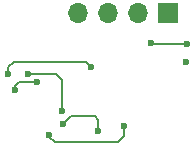
<source format=gbr>
G04 #@! TF.GenerationSoftware,KiCad,Pcbnew,8.0.3*
G04 #@! TF.CreationDate,2024-11-28T13:48:10+05:45*
G04 #@! TF.ProjectId,Watchdog-v1.0,57617463-6864-46f6-972d-76312e302e6b,rev?*
G04 #@! TF.SameCoordinates,Original*
G04 #@! TF.FileFunction,Copper,L2,Bot*
G04 #@! TF.FilePolarity,Positive*
%FSLAX46Y46*%
G04 Gerber Fmt 4.6, Leading zero omitted, Abs format (unit mm)*
G04 Created by KiCad (PCBNEW 8.0.3) date 2024-11-28 13:48:10*
%MOMM*%
%LPD*%
G01*
G04 APERTURE LIST*
G04 #@! TA.AperFunction,ComponentPad*
%ADD10R,1.700000X1.700000*%
G04 #@! TD*
G04 #@! TA.AperFunction,ComponentPad*
%ADD11O,1.700000X1.700000*%
G04 #@! TD*
G04 #@! TA.AperFunction,ViaPad*
%ADD12C,0.600000*%
G04 #@! TD*
G04 #@! TA.AperFunction,Conductor*
%ADD13C,0.200000*%
G04 #@! TD*
G04 APERTURE END LIST*
D10*
X122855000Y-83570000D03*
D11*
X120315000Y-83570000D03*
X117775000Y-83570000D03*
X115235000Y-83570000D03*
D12*
X124400000Y-86150000D03*
X124360000Y-87670000D03*
X121360000Y-86070000D03*
X113850000Y-91840000D03*
X110920000Y-88729500D03*
X109850000Y-90060000D03*
X111720000Y-89380000D03*
X116925000Y-93550000D03*
X113950000Y-92940000D03*
X119120000Y-93120000D03*
X112740000Y-93840000D03*
X116325000Y-88129500D03*
X109285000Y-88720000D03*
D13*
X121360000Y-86070000D02*
X121440000Y-86150000D01*
X121440000Y-86150000D02*
X124400000Y-86150000D01*
X110920000Y-88729500D02*
X110959500Y-88690000D01*
X113850000Y-89200000D02*
X113850000Y-91840000D01*
X113340000Y-88690000D02*
X113850000Y-89200000D01*
X110959500Y-88690000D02*
X113340000Y-88690000D01*
X110170000Y-89380000D02*
X109850000Y-89700000D01*
X111720000Y-89380000D02*
X110170000Y-89380000D01*
X109850000Y-89700000D02*
X109850000Y-90060000D01*
X116915000Y-93540000D02*
X116925000Y-93550000D01*
X113950000Y-92940000D02*
X114622500Y-92267500D01*
X114622500Y-92267500D02*
X116592500Y-92267500D01*
X116915000Y-92590000D02*
X116915000Y-93540000D01*
X116592500Y-92267500D02*
X116915000Y-92590000D01*
X119120000Y-93120000D02*
X119120000Y-93960000D01*
X112740000Y-93840000D02*
X112740000Y-94030000D01*
X112740000Y-94030000D02*
X113210000Y-94500000D01*
X119120000Y-93960000D02*
X118580000Y-94500000D01*
X113210000Y-94500000D02*
X118580000Y-94500000D01*
X109285000Y-88135000D02*
X109760000Y-87660000D01*
X109760000Y-87660000D02*
X115855500Y-87660000D01*
X115855500Y-87660000D02*
X116325000Y-88129500D01*
X109285000Y-88720000D02*
X109285000Y-88135000D01*
M02*

</source>
